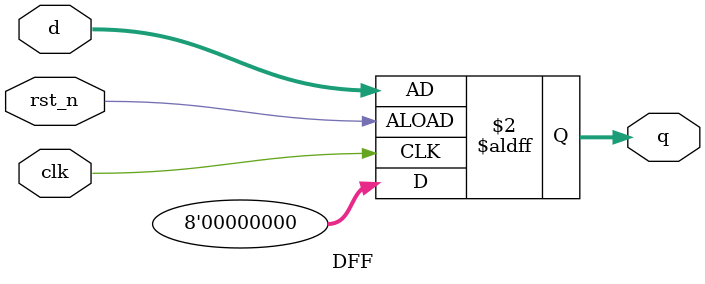
<source format=v>
 module top#(parameter data_size=8)(
 input clk,reset,
 input [data_size-1:0] a1,a2,a3,b1,b2,b3,
 output [2*data_size:0] c1,c2,c3,c4,c5,c6,c7,c8,c9
 );

 
 wire [data_size-1:0] a1to2,a2to3,a4to5,a5to6,a7to8,a8to9,b1to4,b2to5,b3to6,b4to7,b5to8,b6to9;
 wire [data_size-1:0] a2_reg,a3_reg1,a3_reg2,b2_reg,b3_reg1,b3_reg2;

DFF dff1(.clk(clk), .rst_n(reset), .d(a2), .q(a2_reg));
DFF dff2(.clk(clk), .rst_n(reset), .d(a3), .q(a3_reg1));
DFF dff3(.clk(clk), .rst_n(reset), .d(a3_reg1), .q(a3_reg2));
DFF dff4(.clk(clk), .rst_n(reset), .d(b2), .q(b2_reg));
DFF dff5(.clk(clk), .rst_n(reset), .d(b3), .q(b3_reg1));
DFF dff6(.clk(clk), .rst_n(reset), .d(b3_reg1), .q(b3_reg2));




 PE PE1 (.clk(clk), .reset(reset), .in_a(a1), .in_b(b1), .out_a(a1to2), .out_b(b1to4), .out_c(c1));
 PE PE2 (.clk(clk), .reset(reset), .in_a(a1to2), .in_b(b2_reg), .out_a(a2to3), .out_b(b2to5), .out_c(c2));
 PE PE3 (.clk(clk), .reset(reset), .in_a(a2to3), .in_b(b3_reg2), .out_a(), .out_b(b3to6), .out_c(c3));
 PE PE4 (.clk(clk), .reset(reset), .in_a(a2_reg), .in_b(b1to4), .out_a(a4to5), .out_b(b4to7), .out_c(c4));
 PE PE5 (.clk(clk), .reset(reset), .in_a(a4to5), .in_b(b2to5), .out_a(a5to6), .out_b(b5to8), .out_c(c5));
 PE PE6 (.clk(clk), .reset(reset), .in_a(a5to6), .in_b(b3to6), .out_a(), .out_b(b6to9), .out_c(c6));
 PE PE7 (.clk(clk), .reset(reset), .in_a(a3_reg2), .in_b(b4to7), .out_a(a7to8), .out_b(), .out_c(c7));
 PE PE8 (.clk(clk), .reset(reset), .in_a(a7to8), .in_b(b5to8), .out_a(a8to9), .out_b(), .out_c(c8));
 PE PE9 (.clk(clk), .reset(reset), .in_a(a8to9), .in_b(b6to9), .out_a(), .out_b(), .out_c(c9));



 endmodule


 module PE#(parameter data_size=8)(
 input wire reset,clk,
 input wire [data_size-1:0] in_a,in_b,
 output reg [2*data_size:0] out_c,
 output reg [data_size-1:0] out_a,out_b
 );

 always @(posedge clk)begin
 if(reset) begin
 out_a <= 0;
 out_b <= 0;
 out_c <= 0;
 end
 else begin  
out_c = out_c + in_a*in_b;
 out_a <=in_a;
 out_b <=in_b;
 end
 end
 endmodule



module DFF #(parameter data_size = 8)(
    input clk,
    input rst_n,
    input [data_size-1:0] d,
    output reg [data_size-1:0] q
);
    always @(posedge clk or negedge rst_n) begin
        if (rst_n) begin
            q <= 0;
        end else begin
            q <= d;
        end
    end
endmodule

</source>
